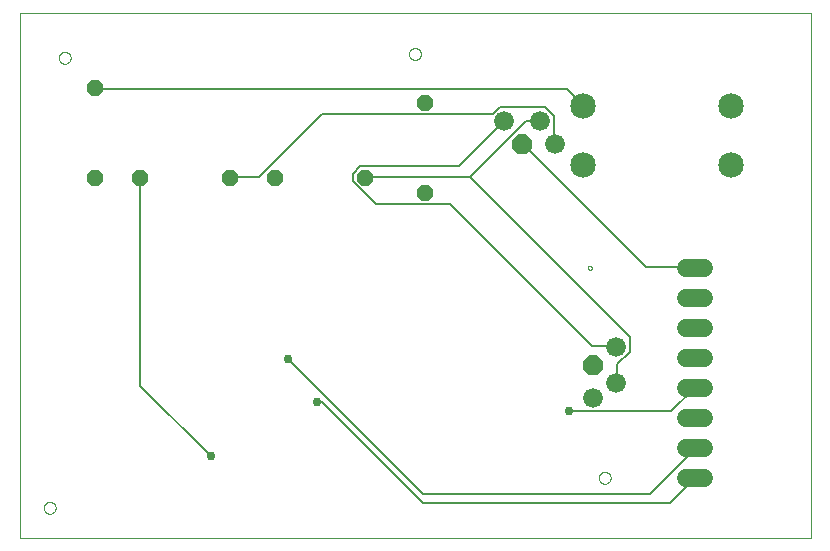
<source format=gbl>
G75*
%MOIN*%
%OFA0B0*%
%FSLAX25Y25*%
%IPPOS*%
%LPD*%
%AMOC8*
5,1,8,0,0,1.08239X$1,22.5*
%
%ADD10C,0.00000*%
%ADD11C,0.06600*%
%ADD12OC8,0.06600*%
%ADD13C,0.06000*%
%ADD14OC8,0.05200*%
%ADD15C,0.08500*%
%ADD16C,0.00600*%
%ADD17C,0.02978*%
D10*
X0007100Y0001000D02*
X0007100Y0175961D01*
X0270801Y0175961D01*
X0270801Y0001000D01*
X0007100Y0001000D01*
X0015131Y0011000D02*
X0015133Y0011088D01*
X0015139Y0011176D01*
X0015149Y0011264D01*
X0015163Y0011352D01*
X0015180Y0011438D01*
X0015202Y0011524D01*
X0015227Y0011608D01*
X0015257Y0011692D01*
X0015289Y0011774D01*
X0015326Y0011854D01*
X0015366Y0011933D01*
X0015410Y0012010D01*
X0015457Y0012085D01*
X0015507Y0012157D01*
X0015561Y0012228D01*
X0015617Y0012295D01*
X0015677Y0012361D01*
X0015739Y0012423D01*
X0015805Y0012483D01*
X0015872Y0012539D01*
X0015943Y0012593D01*
X0016015Y0012643D01*
X0016090Y0012690D01*
X0016167Y0012734D01*
X0016246Y0012774D01*
X0016326Y0012811D01*
X0016408Y0012843D01*
X0016492Y0012873D01*
X0016576Y0012898D01*
X0016662Y0012920D01*
X0016748Y0012937D01*
X0016836Y0012951D01*
X0016924Y0012961D01*
X0017012Y0012967D01*
X0017100Y0012969D01*
X0017188Y0012967D01*
X0017276Y0012961D01*
X0017364Y0012951D01*
X0017452Y0012937D01*
X0017538Y0012920D01*
X0017624Y0012898D01*
X0017708Y0012873D01*
X0017792Y0012843D01*
X0017874Y0012811D01*
X0017954Y0012774D01*
X0018033Y0012734D01*
X0018110Y0012690D01*
X0018185Y0012643D01*
X0018257Y0012593D01*
X0018328Y0012539D01*
X0018395Y0012483D01*
X0018461Y0012423D01*
X0018523Y0012361D01*
X0018583Y0012295D01*
X0018639Y0012228D01*
X0018693Y0012157D01*
X0018743Y0012085D01*
X0018790Y0012010D01*
X0018834Y0011933D01*
X0018874Y0011854D01*
X0018911Y0011774D01*
X0018943Y0011692D01*
X0018973Y0011608D01*
X0018998Y0011524D01*
X0019020Y0011438D01*
X0019037Y0011352D01*
X0019051Y0011264D01*
X0019061Y0011176D01*
X0019067Y0011088D01*
X0019069Y0011000D01*
X0019067Y0010912D01*
X0019061Y0010824D01*
X0019051Y0010736D01*
X0019037Y0010648D01*
X0019020Y0010562D01*
X0018998Y0010476D01*
X0018973Y0010392D01*
X0018943Y0010308D01*
X0018911Y0010226D01*
X0018874Y0010146D01*
X0018834Y0010067D01*
X0018790Y0009990D01*
X0018743Y0009915D01*
X0018693Y0009843D01*
X0018639Y0009772D01*
X0018583Y0009705D01*
X0018523Y0009639D01*
X0018461Y0009577D01*
X0018395Y0009517D01*
X0018328Y0009461D01*
X0018257Y0009407D01*
X0018185Y0009357D01*
X0018110Y0009310D01*
X0018033Y0009266D01*
X0017954Y0009226D01*
X0017874Y0009189D01*
X0017792Y0009157D01*
X0017708Y0009127D01*
X0017624Y0009102D01*
X0017538Y0009080D01*
X0017452Y0009063D01*
X0017364Y0009049D01*
X0017276Y0009039D01*
X0017188Y0009033D01*
X0017100Y0009031D01*
X0017012Y0009033D01*
X0016924Y0009039D01*
X0016836Y0009049D01*
X0016748Y0009063D01*
X0016662Y0009080D01*
X0016576Y0009102D01*
X0016492Y0009127D01*
X0016408Y0009157D01*
X0016326Y0009189D01*
X0016246Y0009226D01*
X0016167Y0009266D01*
X0016090Y0009310D01*
X0016015Y0009357D01*
X0015943Y0009407D01*
X0015872Y0009461D01*
X0015805Y0009517D01*
X0015739Y0009577D01*
X0015677Y0009639D01*
X0015617Y0009705D01*
X0015561Y0009772D01*
X0015507Y0009843D01*
X0015457Y0009915D01*
X0015410Y0009990D01*
X0015366Y0010067D01*
X0015326Y0010146D01*
X0015289Y0010226D01*
X0015257Y0010308D01*
X0015227Y0010392D01*
X0015202Y0010476D01*
X0015180Y0010562D01*
X0015163Y0010648D01*
X0015149Y0010736D01*
X0015139Y0010824D01*
X0015133Y0010912D01*
X0015131Y0011000D01*
X0196411Y0091000D02*
X0196413Y0091052D01*
X0196419Y0091104D01*
X0196429Y0091155D01*
X0196442Y0091205D01*
X0196460Y0091255D01*
X0196481Y0091302D01*
X0196505Y0091348D01*
X0196534Y0091392D01*
X0196565Y0091434D01*
X0196599Y0091473D01*
X0196636Y0091510D01*
X0196676Y0091543D01*
X0196719Y0091574D01*
X0196763Y0091601D01*
X0196809Y0091625D01*
X0196858Y0091645D01*
X0196907Y0091661D01*
X0196958Y0091674D01*
X0197009Y0091683D01*
X0197061Y0091688D01*
X0197113Y0091689D01*
X0197165Y0091686D01*
X0197217Y0091679D01*
X0197268Y0091668D01*
X0197318Y0091654D01*
X0197367Y0091635D01*
X0197414Y0091613D01*
X0197459Y0091588D01*
X0197503Y0091559D01*
X0197544Y0091527D01*
X0197583Y0091492D01*
X0197618Y0091454D01*
X0197651Y0091413D01*
X0197681Y0091371D01*
X0197707Y0091326D01*
X0197730Y0091279D01*
X0197749Y0091230D01*
X0197765Y0091180D01*
X0197777Y0091130D01*
X0197785Y0091078D01*
X0197789Y0091026D01*
X0197789Y0090974D01*
X0197785Y0090922D01*
X0197777Y0090870D01*
X0197765Y0090820D01*
X0197749Y0090770D01*
X0197730Y0090721D01*
X0197707Y0090674D01*
X0197681Y0090629D01*
X0197651Y0090587D01*
X0197618Y0090546D01*
X0197583Y0090508D01*
X0197544Y0090473D01*
X0197503Y0090441D01*
X0197459Y0090412D01*
X0197414Y0090387D01*
X0197367Y0090365D01*
X0197318Y0090346D01*
X0197268Y0090332D01*
X0197217Y0090321D01*
X0197165Y0090314D01*
X0197113Y0090311D01*
X0197061Y0090312D01*
X0197009Y0090317D01*
X0196958Y0090326D01*
X0196907Y0090339D01*
X0196858Y0090355D01*
X0196809Y0090375D01*
X0196763Y0090399D01*
X0196719Y0090426D01*
X0196676Y0090457D01*
X0196636Y0090490D01*
X0196599Y0090527D01*
X0196565Y0090566D01*
X0196534Y0090608D01*
X0196505Y0090652D01*
X0196481Y0090698D01*
X0196460Y0090745D01*
X0196442Y0090795D01*
X0196429Y0090845D01*
X0196419Y0090896D01*
X0196413Y0090948D01*
X0196411Y0091000D01*
X0200131Y0021000D02*
X0200133Y0021088D01*
X0200139Y0021176D01*
X0200149Y0021264D01*
X0200163Y0021352D01*
X0200180Y0021438D01*
X0200202Y0021524D01*
X0200227Y0021608D01*
X0200257Y0021692D01*
X0200289Y0021774D01*
X0200326Y0021854D01*
X0200366Y0021933D01*
X0200410Y0022010D01*
X0200457Y0022085D01*
X0200507Y0022157D01*
X0200561Y0022228D01*
X0200617Y0022295D01*
X0200677Y0022361D01*
X0200739Y0022423D01*
X0200805Y0022483D01*
X0200872Y0022539D01*
X0200943Y0022593D01*
X0201015Y0022643D01*
X0201090Y0022690D01*
X0201167Y0022734D01*
X0201246Y0022774D01*
X0201326Y0022811D01*
X0201408Y0022843D01*
X0201492Y0022873D01*
X0201576Y0022898D01*
X0201662Y0022920D01*
X0201748Y0022937D01*
X0201836Y0022951D01*
X0201924Y0022961D01*
X0202012Y0022967D01*
X0202100Y0022969D01*
X0202188Y0022967D01*
X0202276Y0022961D01*
X0202364Y0022951D01*
X0202452Y0022937D01*
X0202538Y0022920D01*
X0202624Y0022898D01*
X0202708Y0022873D01*
X0202792Y0022843D01*
X0202874Y0022811D01*
X0202954Y0022774D01*
X0203033Y0022734D01*
X0203110Y0022690D01*
X0203185Y0022643D01*
X0203257Y0022593D01*
X0203328Y0022539D01*
X0203395Y0022483D01*
X0203461Y0022423D01*
X0203523Y0022361D01*
X0203583Y0022295D01*
X0203639Y0022228D01*
X0203693Y0022157D01*
X0203743Y0022085D01*
X0203790Y0022010D01*
X0203834Y0021933D01*
X0203874Y0021854D01*
X0203911Y0021774D01*
X0203943Y0021692D01*
X0203973Y0021608D01*
X0203998Y0021524D01*
X0204020Y0021438D01*
X0204037Y0021352D01*
X0204051Y0021264D01*
X0204061Y0021176D01*
X0204067Y0021088D01*
X0204069Y0021000D01*
X0204067Y0020912D01*
X0204061Y0020824D01*
X0204051Y0020736D01*
X0204037Y0020648D01*
X0204020Y0020562D01*
X0203998Y0020476D01*
X0203973Y0020392D01*
X0203943Y0020308D01*
X0203911Y0020226D01*
X0203874Y0020146D01*
X0203834Y0020067D01*
X0203790Y0019990D01*
X0203743Y0019915D01*
X0203693Y0019843D01*
X0203639Y0019772D01*
X0203583Y0019705D01*
X0203523Y0019639D01*
X0203461Y0019577D01*
X0203395Y0019517D01*
X0203328Y0019461D01*
X0203257Y0019407D01*
X0203185Y0019357D01*
X0203110Y0019310D01*
X0203033Y0019266D01*
X0202954Y0019226D01*
X0202874Y0019189D01*
X0202792Y0019157D01*
X0202708Y0019127D01*
X0202624Y0019102D01*
X0202538Y0019080D01*
X0202452Y0019063D01*
X0202364Y0019049D01*
X0202276Y0019039D01*
X0202188Y0019033D01*
X0202100Y0019031D01*
X0202012Y0019033D01*
X0201924Y0019039D01*
X0201836Y0019049D01*
X0201748Y0019063D01*
X0201662Y0019080D01*
X0201576Y0019102D01*
X0201492Y0019127D01*
X0201408Y0019157D01*
X0201326Y0019189D01*
X0201246Y0019226D01*
X0201167Y0019266D01*
X0201090Y0019310D01*
X0201015Y0019357D01*
X0200943Y0019407D01*
X0200872Y0019461D01*
X0200805Y0019517D01*
X0200739Y0019577D01*
X0200677Y0019639D01*
X0200617Y0019705D01*
X0200561Y0019772D01*
X0200507Y0019843D01*
X0200457Y0019915D01*
X0200410Y0019990D01*
X0200366Y0020067D01*
X0200326Y0020146D01*
X0200289Y0020226D01*
X0200257Y0020308D01*
X0200227Y0020392D01*
X0200202Y0020476D01*
X0200180Y0020562D01*
X0200163Y0020648D01*
X0200149Y0020736D01*
X0200139Y0020824D01*
X0200133Y0020912D01*
X0200131Y0021000D01*
X0020131Y0161000D02*
X0020133Y0161088D01*
X0020139Y0161176D01*
X0020149Y0161264D01*
X0020163Y0161352D01*
X0020180Y0161438D01*
X0020202Y0161524D01*
X0020227Y0161608D01*
X0020257Y0161692D01*
X0020289Y0161774D01*
X0020326Y0161854D01*
X0020366Y0161933D01*
X0020410Y0162010D01*
X0020457Y0162085D01*
X0020507Y0162157D01*
X0020561Y0162228D01*
X0020617Y0162295D01*
X0020677Y0162361D01*
X0020739Y0162423D01*
X0020805Y0162483D01*
X0020872Y0162539D01*
X0020943Y0162593D01*
X0021015Y0162643D01*
X0021090Y0162690D01*
X0021167Y0162734D01*
X0021246Y0162774D01*
X0021326Y0162811D01*
X0021408Y0162843D01*
X0021492Y0162873D01*
X0021576Y0162898D01*
X0021662Y0162920D01*
X0021748Y0162937D01*
X0021836Y0162951D01*
X0021924Y0162961D01*
X0022012Y0162967D01*
X0022100Y0162969D01*
X0022188Y0162967D01*
X0022276Y0162961D01*
X0022364Y0162951D01*
X0022452Y0162937D01*
X0022538Y0162920D01*
X0022624Y0162898D01*
X0022708Y0162873D01*
X0022792Y0162843D01*
X0022874Y0162811D01*
X0022954Y0162774D01*
X0023033Y0162734D01*
X0023110Y0162690D01*
X0023185Y0162643D01*
X0023257Y0162593D01*
X0023328Y0162539D01*
X0023395Y0162483D01*
X0023461Y0162423D01*
X0023523Y0162361D01*
X0023583Y0162295D01*
X0023639Y0162228D01*
X0023693Y0162157D01*
X0023743Y0162085D01*
X0023790Y0162010D01*
X0023834Y0161933D01*
X0023874Y0161854D01*
X0023911Y0161774D01*
X0023943Y0161692D01*
X0023973Y0161608D01*
X0023998Y0161524D01*
X0024020Y0161438D01*
X0024037Y0161352D01*
X0024051Y0161264D01*
X0024061Y0161176D01*
X0024067Y0161088D01*
X0024069Y0161000D01*
X0024067Y0160912D01*
X0024061Y0160824D01*
X0024051Y0160736D01*
X0024037Y0160648D01*
X0024020Y0160562D01*
X0023998Y0160476D01*
X0023973Y0160392D01*
X0023943Y0160308D01*
X0023911Y0160226D01*
X0023874Y0160146D01*
X0023834Y0160067D01*
X0023790Y0159990D01*
X0023743Y0159915D01*
X0023693Y0159843D01*
X0023639Y0159772D01*
X0023583Y0159705D01*
X0023523Y0159639D01*
X0023461Y0159577D01*
X0023395Y0159517D01*
X0023328Y0159461D01*
X0023257Y0159407D01*
X0023185Y0159357D01*
X0023110Y0159310D01*
X0023033Y0159266D01*
X0022954Y0159226D01*
X0022874Y0159189D01*
X0022792Y0159157D01*
X0022708Y0159127D01*
X0022624Y0159102D01*
X0022538Y0159080D01*
X0022452Y0159063D01*
X0022364Y0159049D01*
X0022276Y0159039D01*
X0022188Y0159033D01*
X0022100Y0159031D01*
X0022012Y0159033D01*
X0021924Y0159039D01*
X0021836Y0159049D01*
X0021748Y0159063D01*
X0021662Y0159080D01*
X0021576Y0159102D01*
X0021492Y0159127D01*
X0021408Y0159157D01*
X0021326Y0159189D01*
X0021246Y0159226D01*
X0021167Y0159266D01*
X0021090Y0159310D01*
X0021015Y0159357D01*
X0020943Y0159407D01*
X0020872Y0159461D01*
X0020805Y0159517D01*
X0020739Y0159577D01*
X0020677Y0159639D01*
X0020617Y0159705D01*
X0020561Y0159772D01*
X0020507Y0159843D01*
X0020457Y0159915D01*
X0020410Y0159990D01*
X0020366Y0160067D01*
X0020326Y0160146D01*
X0020289Y0160226D01*
X0020257Y0160308D01*
X0020227Y0160392D01*
X0020202Y0160476D01*
X0020180Y0160562D01*
X0020163Y0160648D01*
X0020149Y0160736D01*
X0020139Y0160824D01*
X0020133Y0160912D01*
X0020131Y0161000D01*
X0136831Y0162300D02*
X0136833Y0162388D01*
X0136839Y0162476D01*
X0136849Y0162564D01*
X0136863Y0162652D01*
X0136880Y0162738D01*
X0136902Y0162824D01*
X0136927Y0162908D01*
X0136957Y0162992D01*
X0136989Y0163074D01*
X0137026Y0163154D01*
X0137066Y0163233D01*
X0137110Y0163310D01*
X0137157Y0163385D01*
X0137207Y0163457D01*
X0137261Y0163528D01*
X0137317Y0163595D01*
X0137377Y0163661D01*
X0137439Y0163723D01*
X0137505Y0163783D01*
X0137572Y0163839D01*
X0137643Y0163893D01*
X0137715Y0163943D01*
X0137790Y0163990D01*
X0137867Y0164034D01*
X0137946Y0164074D01*
X0138026Y0164111D01*
X0138108Y0164143D01*
X0138192Y0164173D01*
X0138276Y0164198D01*
X0138362Y0164220D01*
X0138448Y0164237D01*
X0138536Y0164251D01*
X0138624Y0164261D01*
X0138712Y0164267D01*
X0138800Y0164269D01*
X0138888Y0164267D01*
X0138976Y0164261D01*
X0139064Y0164251D01*
X0139152Y0164237D01*
X0139238Y0164220D01*
X0139324Y0164198D01*
X0139408Y0164173D01*
X0139492Y0164143D01*
X0139574Y0164111D01*
X0139654Y0164074D01*
X0139733Y0164034D01*
X0139810Y0163990D01*
X0139885Y0163943D01*
X0139957Y0163893D01*
X0140028Y0163839D01*
X0140095Y0163783D01*
X0140161Y0163723D01*
X0140223Y0163661D01*
X0140283Y0163595D01*
X0140339Y0163528D01*
X0140393Y0163457D01*
X0140443Y0163385D01*
X0140490Y0163310D01*
X0140534Y0163233D01*
X0140574Y0163154D01*
X0140611Y0163074D01*
X0140643Y0162992D01*
X0140673Y0162908D01*
X0140698Y0162824D01*
X0140720Y0162738D01*
X0140737Y0162652D01*
X0140751Y0162564D01*
X0140761Y0162476D01*
X0140767Y0162388D01*
X0140769Y0162300D01*
X0140767Y0162212D01*
X0140761Y0162124D01*
X0140751Y0162036D01*
X0140737Y0161948D01*
X0140720Y0161862D01*
X0140698Y0161776D01*
X0140673Y0161692D01*
X0140643Y0161608D01*
X0140611Y0161526D01*
X0140574Y0161446D01*
X0140534Y0161367D01*
X0140490Y0161290D01*
X0140443Y0161215D01*
X0140393Y0161143D01*
X0140339Y0161072D01*
X0140283Y0161005D01*
X0140223Y0160939D01*
X0140161Y0160877D01*
X0140095Y0160817D01*
X0140028Y0160761D01*
X0139957Y0160707D01*
X0139885Y0160657D01*
X0139810Y0160610D01*
X0139733Y0160566D01*
X0139654Y0160526D01*
X0139574Y0160489D01*
X0139492Y0160457D01*
X0139408Y0160427D01*
X0139324Y0160402D01*
X0139238Y0160380D01*
X0139152Y0160363D01*
X0139064Y0160349D01*
X0138976Y0160339D01*
X0138888Y0160333D01*
X0138800Y0160331D01*
X0138712Y0160333D01*
X0138624Y0160339D01*
X0138536Y0160349D01*
X0138448Y0160363D01*
X0138362Y0160380D01*
X0138276Y0160402D01*
X0138192Y0160427D01*
X0138108Y0160457D01*
X0138026Y0160489D01*
X0137946Y0160526D01*
X0137867Y0160566D01*
X0137790Y0160610D01*
X0137715Y0160657D01*
X0137643Y0160707D01*
X0137572Y0160761D01*
X0137505Y0160817D01*
X0137439Y0160877D01*
X0137377Y0160939D01*
X0137317Y0161005D01*
X0137261Y0161072D01*
X0137207Y0161143D01*
X0137157Y0161215D01*
X0137110Y0161290D01*
X0137066Y0161367D01*
X0137026Y0161446D01*
X0136989Y0161526D01*
X0136957Y0161608D01*
X0136927Y0161692D01*
X0136902Y0161776D01*
X0136880Y0161862D01*
X0136863Y0161948D01*
X0136849Y0162036D01*
X0136839Y0162124D01*
X0136833Y0162212D01*
X0136831Y0162300D01*
D11*
X0168600Y0139813D03*
X0180600Y0139813D03*
X0185600Y0132187D03*
X0205913Y0064500D03*
X0205913Y0052500D03*
X0198287Y0047500D03*
D12*
X0198287Y0058500D03*
X0174600Y0132187D03*
D13*
X0229100Y0091000D02*
X0235100Y0091000D01*
X0235100Y0081000D02*
X0229100Y0081000D01*
X0229100Y0071000D02*
X0235100Y0071000D01*
X0235100Y0061000D02*
X0229100Y0061000D01*
X0229100Y0051000D02*
X0235100Y0051000D01*
X0235100Y0041000D02*
X0229100Y0041000D01*
X0229100Y0031000D02*
X0235100Y0031000D01*
X0235100Y0021000D02*
X0229100Y0021000D01*
D14*
X0142100Y0116000D03*
X0122100Y0121000D03*
X0092100Y0121000D03*
X0077100Y0121000D03*
X0047100Y0121000D03*
X0032100Y0121000D03*
X0032100Y0151000D03*
X0142100Y0146000D03*
D15*
X0194994Y0144843D03*
X0194994Y0125157D03*
X0244206Y0125157D03*
X0244206Y0144843D03*
D16*
X0194994Y0144843D02*
X0194900Y0145200D01*
X0189500Y0150600D01*
X0032300Y0150600D01*
X0032100Y0151000D01*
X0047100Y0121000D02*
X0047300Y0120600D01*
X0047300Y0051600D01*
X0070700Y0028200D01*
X0106100Y0046200D02*
X0107900Y0046200D01*
X0141500Y0012600D01*
X0223700Y0012600D01*
X0232100Y0021000D01*
X0232100Y0030600D02*
X0217100Y0015600D01*
X0141500Y0015600D01*
X0096500Y0060600D01*
X0125900Y0112200D02*
X0118100Y0120000D01*
X0118100Y0122400D01*
X0120500Y0124800D01*
X0153500Y0124800D01*
X0168500Y0139800D01*
X0168600Y0139813D01*
X0164900Y0142200D02*
X0167300Y0144600D01*
X0182300Y0144600D01*
X0185300Y0141600D01*
X0185300Y0132600D01*
X0185600Y0132187D01*
X0175100Y0132000D02*
X0174600Y0132187D01*
X0175100Y0132000D02*
X0215900Y0091200D01*
X0232100Y0091200D01*
X0232100Y0091000D01*
X0210500Y0067800D02*
X0157100Y0121200D01*
X0175700Y0139800D01*
X0180500Y0139800D01*
X0180600Y0139813D01*
X0164900Y0142200D02*
X0107900Y0142200D01*
X0086900Y0121200D01*
X0077300Y0121200D01*
X0077100Y0121000D01*
X0122100Y0121000D02*
X0122300Y0121200D01*
X0157100Y0121200D01*
X0150500Y0112200D02*
X0125900Y0112200D01*
X0150500Y0112200D02*
X0197900Y0064800D01*
X0205700Y0064800D01*
X0205913Y0064500D01*
X0210500Y0063000D02*
X0210500Y0067800D01*
X0210500Y0063000D02*
X0206300Y0058800D01*
X0206300Y0052800D01*
X0205913Y0052500D01*
X0190100Y0043200D02*
X0224300Y0043200D01*
X0232100Y0051000D01*
X0232100Y0031000D02*
X0232100Y0030600D01*
D17*
X0190100Y0043200D03*
X0106100Y0046200D03*
X0096500Y0060600D03*
X0070700Y0028200D03*
M02*

</source>
